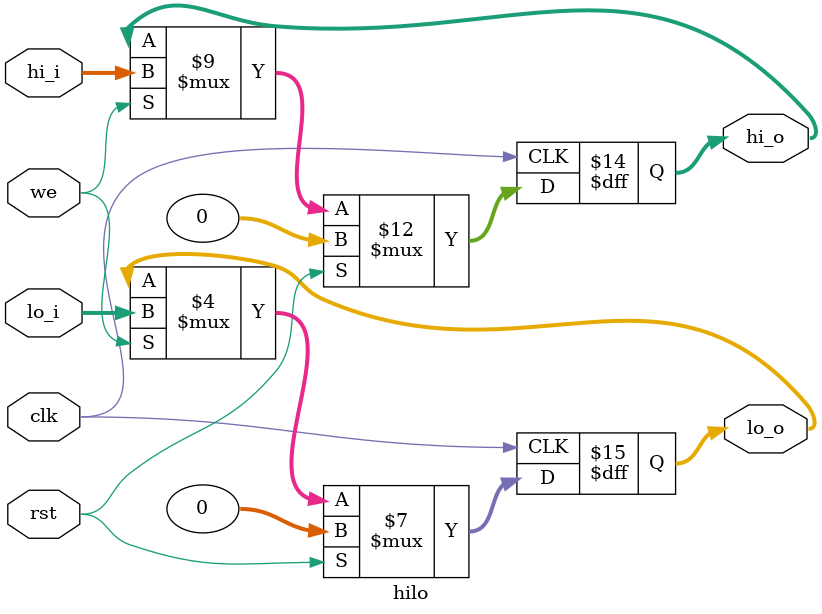
<source format=v>
`timescale 1ns / 1ps
module hilo(
    input clk,
    input rst,
    input we,
    input [31:0] hi_i,
    input [31:0] lo_i,
    output reg [31:0] hi_o,
    output reg [31:0] lo_o
    );
	always@(posedge clk) begin
	if(rst == 1) begin 
	    hi_o <= 8'h00000000;
		 lo_o <= 8'h00000000;
	    end
   else if(we == 1) begin
	    hi_o <= hi_i;
		 lo_o <= lo_i;
		 end
	end
	


endmodule

</source>
